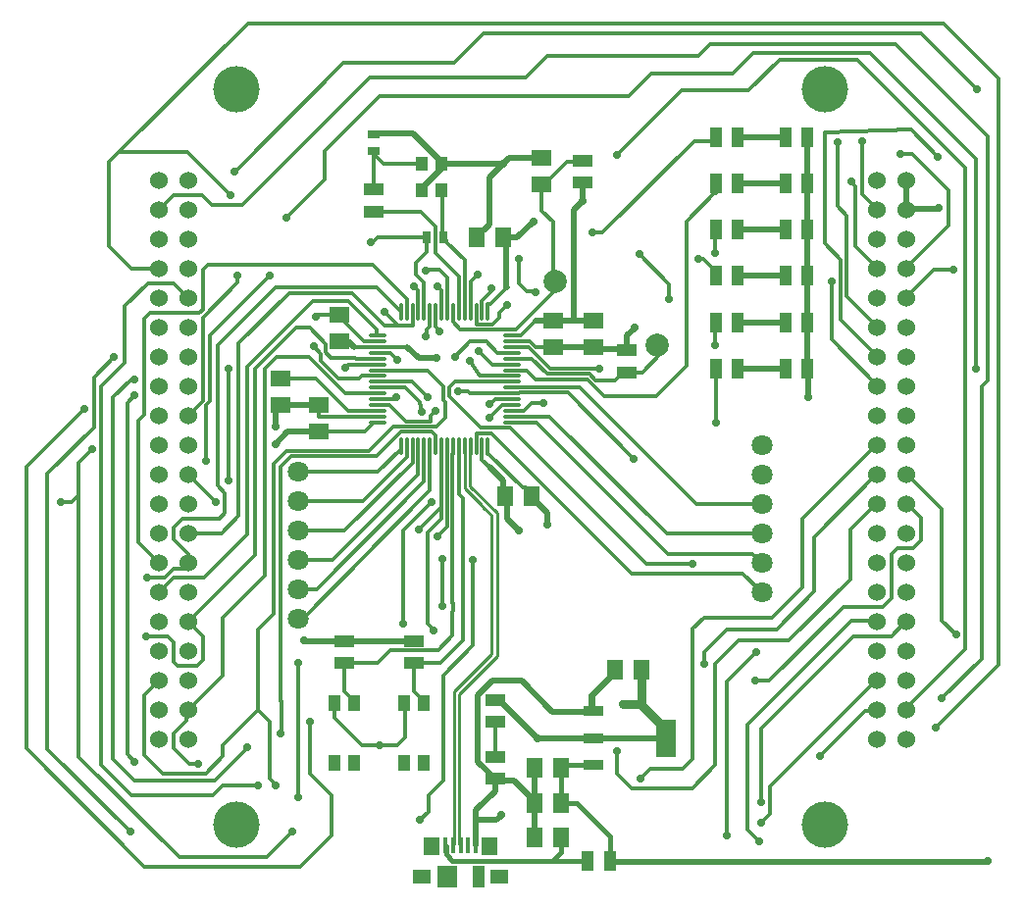
<source format=gbr>
%TF.GenerationSoftware,Altium Limited,Altium Designer,23.3.1 (30)*%
G04 Layer_Physical_Order=1*
G04 Layer_Color=255*
%FSLAX45Y45*%
%MOMM*%
%TF.SameCoordinates,5468FEB5-A0EC-45A8-B7CF-D9D5DC2F6AF5*%
%TF.FilePolarity,Positive*%
%TF.FileFunction,Copper,L1,Top,Signal*%
%TF.Part,Single*%
G01*
G75*
%TA.AperFunction,SMDPad,CuDef*%
%ADD10C,2.00000*%
%ADD11R,1.70000X1.00000*%
%ADD12R,1.05000X1.30000*%
G04:AMPARAMS|DCode=13|XSize=3.2mm|YSize=1.75mm|CornerRadius=0.0525mm|HoleSize=0mm|Usage=FLASHONLY|Rotation=90.000|XOffset=0mm|YOffset=0mm|HoleType=Round|Shape=RoundedRectangle|*
%AMROUNDEDRECTD13*
21,1,3.20000,1.64500,0,0,90.0*
21,1,3.09500,1.75000,0,0,90.0*
1,1,0.10500,0.82250,1.54750*
1,1,0.10500,0.82250,-1.54750*
1,1,0.10500,-0.82250,-1.54750*
1,1,0.10500,-0.82250,1.54750*
%
%ADD13ROUNDEDRECTD13*%
G04:AMPARAMS|DCode=14|XSize=0.9mm|YSize=1.75mm|CornerRadius=0.0495mm|HoleSize=0mm|Usage=FLASHONLY|Rotation=90.000|XOffset=0mm|YOffset=0mm|HoleType=Round|Shape=RoundedRectangle|*
%AMROUNDEDRECTD14*
21,1,0.90000,1.65100,0,0,90.0*
21,1,0.80100,1.75000,0,0,90.0*
1,1,0.09900,0.82550,0.40050*
1,1,0.09900,0.82550,-0.40050*
1,1,0.09900,-0.82550,-0.40050*
1,1,0.09900,-0.82550,0.40050*
%
%ADD14ROUNDEDRECTD14*%
%ADD15R,1.00000X1.45000*%
%ADD16R,1.00000X0.80000*%
%ADD17R,0.80000X1.00000*%
%ADD18R,1.00000X1.70000*%
%TA.AperFunction,ConnectorPad*%
%ADD19R,1.65000X1.30000*%
%ADD20R,1.80000X1.90000*%
%ADD21R,1.00000X1.90000*%
%ADD22R,1.42500X1.55000*%
%ADD23R,0.45000X1.38000*%
%TA.AperFunction,SMDPad,CuDef*%
%ADD24O,1.60000X0.30000*%
%ADD25O,0.30000X1.60000*%
%ADD26R,1.40000X1.70000*%
%ADD27R,1.70000X1.40000*%
%TA.AperFunction,Conductor*%
%ADD28C,0.30000*%
%ADD29C,0.80000*%
%ADD30C,0.50000*%
%ADD31C,0.40000*%
%ADD32C,0.26017*%
%ADD33C,0.60000*%
%TA.AperFunction,ComponentPad*%
%ADD34C,1.52400*%
%TA.AperFunction,TestPad*%
%ADD35C,1.80000*%
%TA.AperFunction,ViaPad*%
%ADD36C,4.00000*%
%ADD37C,0.70000*%
D10*
X9869221Y8350227D02*
D03*
X10750222Y7799777D02*
D03*
D11*
X10100000Y9205001D02*
D03*
Y9394998D02*
D03*
X8650000Y5055001D02*
D03*
Y5244998D02*
D03*
X8050002Y5055001D02*
D03*
Y5244998D02*
D03*
X8299999Y8954999D02*
D03*
Y9145001D02*
D03*
X10487352Y7758496D02*
D03*
Y7568499D02*
D03*
X9349999Y4740001D02*
D03*
Y4549999D02*
D03*
Y4054998D02*
D03*
Y4245000D02*
D03*
D12*
X8712500Y9135000D02*
D03*
Y9365000D02*
D03*
X8887500D02*
D03*
Y9135000D02*
D03*
D13*
X10822500Y4410000D02*
D03*
D14*
X10197500Y4180000D02*
D03*
Y4410000D02*
D03*
Y4640000D02*
D03*
D15*
X8135000Y4192500D02*
D03*
X7965000D02*
D03*
X8135000Y4707500D02*
D03*
X7965000D02*
D03*
X8735000Y4192500D02*
D03*
X8565000D02*
D03*
X8735000Y4707500D02*
D03*
X8565000D02*
D03*
D16*
X8300000Y9625000D02*
D03*
Y9475000D02*
D03*
D17*
X8755000Y8730000D02*
D03*
X8905000D02*
D03*
D18*
X11445001Y7600000D02*
D03*
X11254999D02*
D03*
X11445001Y7999999D02*
D03*
X11254999D02*
D03*
X11445001Y8399998D02*
D03*
X11254999D02*
D03*
X11445001Y8799998D02*
D03*
X11254999D02*
D03*
X11445001Y9200002D02*
D03*
X11254999D02*
D03*
X11445001Y9600001D02*
D03*
X11254999D02*
D03*
X10150000Y3350002D02*
D03*
X10339997D02*
D03*
X12045000Y9600001D02*
D03*
X11854998D02*
D03*
X12045000Y9200002D02*
D03*
X11854998D02*
D03*
X12045000Y8799998D02*
D03*
X11854998D02*
D03*
X12045000Y8399998D02*
D03*
X11854998D02*
D03*
X12045001Y7999999D02*
D03*
X11854999D02*
D03*
X12045000Y7600000D02*
D03*
X11854998D02*
D03*
D19*
X8712498Y3214999D02*
D03*
X9387498D02*
D03*
D20*
X8935002D02*
D03*
D21*
X9204999D02*
D03*
D22*
X8801251Y3472500D02*
D03*
X9298751D02*
D03*
D23*
X8920001Y3480998D02*
D03*
X8985000D02*
D03*
X9049998D02*
D03*
X9115002D02*
D03*
X9180001D02*
D03*
D24*
X9489999Y7884998D02*
D03*
Y7835001D02*
D03*
Y7784998D02*
D03*
Y7735001D02*
D03*
Y7684999D02*
D03*
Y7635001D02*
D03*
Y7584999D02*
D03*
Y7535001D02*
D03*
Y7484999D02*
D03*
Y7435002D02*
D03*
Y7384999D02*
D03*
Y7335002D02*
D03*
Y7284999D02*
D03*
Y7235002D02*
D03*
Y7185000D02*
D03*
Y7135002D02*
D03*
X8330001D02*
D03*
Y7185000D02*
D03*
Y7235002D02*
D03*
Y7284999D02*
D03*
Y7335002D02*
D03*
Y7384999D02*
D03*
Y7435002D02*
D03*
Y7484999D02*
D03*
Y7535001D02*
D03*
Y7584999D02*
D03*
Y7635001D02*
D03*
Y7684999D02*
D03*
Y7735001D02*
D03*
Y7784998D02*
D03*
Y7835001D02*
D03*
Y7884998D02*
D03*
D25*
X9285000Y6929999D02*
D03*
X9234998D02*
D03*
X9185001D02*
D03*
X9134998D02*
D03*
X9085001D02*
D03*
X9034998D02*
D03*
X8985001D02*
D03*
X8934999D02*
D03*
X8885001D02*
D03*
X8834999D02*
D03*
X8785001D02*
D03*
X8734999D02*
D03*
X8685002D02*
D03*
X8634999D02*
D03*
X8585002D02*
D03*
X8534999D02*
D03*
Y8090002D02*
D03*
X8585002D02*
D03*
X8634999D02*
D03*
X8685002D02*
D03*
X8734999D02*
D03*
X8785001D02*
D03*
X8834999D02*
D03*
X8885001D02*
D03*
X8934999D02*
D03*
X8985001D02*
D03*
X9034998D02*
D03*
X9085001D02*
D03*
X9134998D02*
D03*
X9185001D02*
D03*
X9234998D02*
D03*
X9285000D02*
D03*
D26*
X9914300Y3550001D02*
D03*
X9685700D02*
D03*
X9418599Y8730000D02*
D03*
X9189999D02*
D03*
X9664299Y6500002D02*
D03*
X9435699D02*
D03*
X10614299Y5000000D02*
D03*
X10385699D02*
D03*
X9914301Y4149999D02*
D03*
X9685701D02*
D03*
X9914301Y3850000D02*
D03*
X9685701D02*
D03*
D27*
X7999999Y7835702D02*
D03*
Y8064302D02*
D03*
X9749998Y9185699D02*
D03*
Y9414299D02*
D03*
X7500000Y7514300D02*
D03*
Y7285700D02*
D03*
X10200000Y8014299D02*
D03*
Y7785699D02*
D03*
X9849998Y8014299D02*
D03*
Y7785699D02*
D03*
X7830002Y7055698D02*
D03*
Y7284298D02*
D03*
D28*
X12427620Y9207890D02*
Y9212527D01*
Y9207890D02*
X12460556Y9174953D01*
Y8655444D02*
X12646000Y8470001D01*
X12460556Y8655444D02*
Y9174953D01*
X12301359Y9001621D02*
Y9555341D01*
Y9001621D02*
X12385040Y8917940D01*
X12194540Y9639300D02*
X12938760Y9662160D01*
X12194540Y8678108D02*
Y9639300D01*
Y8678108D02*
X12334240Y8538408D01*
X9621333Y8262807D02*
X9695437D01*
X9701333Y8256911D01*
X9550000Y8334140D02*
X9621333Y8262807D01*
X10293232Y7362308D02*
X10739304D01*
X10997300Y7620304D02*
Y8871320D01*
X10739304Y7362308D02*
X10997300Y7620304D01*
X10149840Y7505700D02*
X10293232Y7362308D01*
X10618499Y7568499D02*
X10774407Y7724407D01*
X10487352Y7568499D02*
X10618499D01*
X10215927Y7500000D02*
X10383854D01*
X10438855Y7555001D01*
X10487352D01*
X8894999Y9364299D02*
Y9374998D01*
X8758195Y8604655D02*
Y8730000D01*
X8330824D02*
X8758195D01*
X8705002Y9134998D02*
Y9145001D01*
X8330001Y7835001D02*
X8395001D01*
X8211718D02*
X8330001D01*
X9821454Y9240699D02*
X9966871Y9386116D01*
X10091118D01*
X10100000Y9394998D01*
X9804998Y9240699D02*
X9821454D01*
X9749998Y9185699D02*
X9804998Y9240699D01*
X8894999Y8987150D02*
X8896812Y8985336D01*
Y8738188D02*
Y8985336D01*
Y8738188D02*
X8930000Y8705000D01*
X8894999Y8987150D02*
Y9134998D01*
X8650000Y4815000D02*
X8735000Y4730000D01*
X8650000Y4815000D02*
Y5055001D01*
X8735000Y4707500D02*
Y4730000D01*
X8873184Y5056627D02*
X9071252Y5254696D01*
X8651626Y5056627D02*
X8873184D01*
X9071252Y5254696D02*
Y6478748D01*
X8889706Y5545348D02*
X8889970Y5545085D01*
X8889706Y5545348D02*
Y5950582D01*
X8980611Y5575017D02*
Y6860609D01*
X8983828Y5503041D02*
Y5571800D01*
X8980611Y6860609D02*
X8985001Y6864999D01*
X8980611Y5575017D02*
X8983828Y5571800D01*
X8985001Y6864999D02*
Y6929999D01*
X8980611Y5499824D02*
X8983828Y5503041D01*
X8855235Y5166360D02*
X8980611Y5291736D01*
Y5499824D01*
X8767000Y5394164D02*
Y6184380D01*
Y5394164D02*
X8813980Y5347184D01*
Y5336360D02*
Y5347184D01*
X9034998Y6515001D02*
X9071252Y6478748D01*
X9034998Y6515001D02*
Y6929999D01*
X8568455Y4418455D02*
Y4733455D01*
X8500000Y4350000D02*
X8568455Y4418455D01*
X7965000Y4585000D02*
X8200000Y4350000D01*
X8350000D01*
X7965000Y4585000D02*
Y4707500D01*
X8050002Y4814998D02*
Y5055001D01*
Y4814998D02*
X8135000Y4730000D01*
Y4707500D02*
Y4730000D01*
X7750000Y4100000D02*
Y4550000D01*
X7933000Y3565620D02*
Y3917000D01*
X7750000Y4100000D02*
X7933000Y3917000D01*
X8350000Y4350000D02*
X8500000D01*
X8930000Y8694470D02*
Y8705000D01*
Y8694470D02*
X9085001Y8539469D01*
Y8090002D02*
Y8539469D01*
X8663110Y8509570D02*
X8758195Y8604655D01*
X10160925Y7555001D02*
X10215927Y7500000D01*
X9821860Y7600000D02*
X10250000D01*
X9795002Y7555001D02*
X10160925D01*
X9636862Y7784998D02*
X9821860Y7600000D01*
X6101080Y9469120D02*
X7212940Y10580980D01*
X13218820D01*
X13692700Y10107100D01*
X12900000Y6438001D02*
X13025121Y6312880D01*
X6270433Y6097569D02*
X6446002Y5922000D01*
X6270433Y7150397D02*
X6319520Y7199484D01*
X6270433Y6097569D02*
Y7150397D01*
X6172286Y4269654D02*
Y7303856D01*
Y4269654D02*
X6235700Y4206240D01*
X6172286Y7303856D02*
X6235700Y7367270D01*
X5883286Y7524141D02*
X6059145Y7700000D01*
X5883286Y7087246D02*
Y7524141D01*
X5484678Y6688638D02*
X5883286Y7087246D01*
X5950000Y4177031D02*
Y7449052D01*
X6152698Y7651750D01*
Y8136438D01*
X7645509Y3904491D02*
Y5054491D01*
Y3904491D02*
X7650000Y3900000D01*
X7400000Y4060824D02*
Y4550000D01*
X7450000Y4000000D02*
Y4010824D01*
X7400000Y4060824D02*
X7450000Y4010824D01*
X7000000Y4000000D02*
X7300000D01*
Y4650000D02*
X7400000Y4550000D01*
X6914140Y3914140D02*
X7000000Y4000000D01*
X6212891Y3914140D02*
X6914140D01*
X5750560Y4249440D02*
X6621648Y3378352D01*
X7378352D01*
X7600000Y3600000D01*
X8277803Y8687804D02*
X8288627D01*
X8330824Y8730000D01*
X13550000Y7450000D02*
X13600000Y7500000D01*
Y9602900D01*
X13550000Y5095817D02*
Y7450000D01*
X13204182Y4750000D02*
X13550000Y5095817D01*
X13200000Y4750000D02*
X13204182D01*
X13200685Y5425015D02*
X13325700Y5300000D01*
X12900000Y6692001D02*
X13200685Y6391316D01*
Y5425015D02*
Y6391316D01*
X9800000Y10300000D02*
X11100000D01*
X8264103Y10114103D02*
X9614103D01*
X9800000Y10300000D01*
X7161920Y9011920D02*
X8264103Y10114103D01*
X8350144Y9950144D02*
X10500144D01*
X10700000Y10150000D01*
X7880589Y9480589D02*
X8350144Y9950144D01*
X5300000Y6750000D02*
X5800000Y7250000D01*
X5300000Y4321520D02*
Y6750000D01*
X5950000Y4177031D02*
X6212891Y3914140D01*
X8688023Y6211977D02*
X8691353D01*
X8885001Y6405625D01*
X8550000Y6200000D02*
X8800000Y6450000D01*
X8550000Y5400000D02*
Y6200000D01*
X8885001Y6302381D02*
Y6405625D01*
X8934999Y6234998D02*
Y6929999D01*
X8850000Y6150000D02*
X8934999Y6234998D01*
X8767000Y6184380D02*
X8885001Y6302381D01*
X9158815Y5208815D02*
Y5950000D01*
X8897620Y4947620D02*
X9158815Y5208815D01*
X8889706Y5950582D02*
X8895424Y5956300D01*
X7778117Y8185025D02*
X8077260D01*
X8321953Y7940332D01*
Y7884998D02*
Y7940332D01*
X7211456Y7618364D02*
X7778117Y8185025D01*
X8321953Y7884998D02*
X8330001D01*
X7134056Y7814776D02*
X7569200Y8249920D01*
X7134056Y6325056D02*
Y7814776D01*
X6985000Y6176000D02*
X7134056Y6325056D01*
X7051040Y6637020D02*
Y7597140D01*
X7279176Y7596676D02*
X7632700Y7950200D01*
X7279176Y5993174D02*
Y7596676D01*
X6700002Y5414000D02*
X7279176Y5993174D01*
X7435291Y6776811D02*
X7547183Y6888704D01*
X7300000Y5350000D02*
X7435291Y5485291D01*
Y6776811D01*
X7360067Y5810067D02*
Y7596165D01*
X7000000Y5450000D02*
X7360067Y5810067D01*
Y7596165D02*
X7463902Y7700000D01*
X13408701Y5176080D02*
Y9334460D01*
X12474104Y10269056D02*
X13408701Y9334460D01*
X12900000Y4667379D02*
X13408701Y5176080D01*
X12900000Y4660001D02*
Y4667379D01*
X12637302Y4643303D02*
X12646000Y4652001D01*
X12150000Y4250008D02*
X12543295Y4643303D01*
X12637302D01*
X11350000Y3567000D02*
Y4900000D01*
X6237019Y4042361D02*
X6926165D01*
X7205980Y4322176D01*
X6481262Y4102918D02*
X6852918D01*
X7000000Y4250000D01*
Y4350000D01*
X6707881Y4185920D02*
X6784340D01*
X6575801Y4318000D02*
X6707881Y4185920D01*
X6319520Y4264660D02*
X6481262Y4102918D01*
X6050000Y4229380D02*
X6237019Y4042361D01*
X8885001Y6405625D02*
Y6929999D01*
X7686426Y5438338D02*
X7703884Y5455796D01*
X8785001Y6550574D02*
Y6929999D01*
X8717000Y6484380D02*
X8765620Y6533000D01*
X7703884Y5455796D02*
X8717000Y6484380D01*
X8767427Y6533000D02*
X8785001Y6550574D01*
X8765620Y6533000D02*
X8767427Y6533000D01*
X8649312Y8309820D02*
X8685002Y8274130D01*
X8647640Y8309820D02*
X8649312D01*
X9234998Y8184998D02*
X9307506Y8257506D01*
Y8285347D02*
X9315160Y8293000D01*
X9307506Y8257506D02*
Y8285347D01*
X9664299Y6500002D02*
Y6515002D01*
X9609299Y6570003D02*
X9664299Y6515002D01*
X9285000Y6864999D02*
Y6929999D01*
Y6864999D02*
X9290366D01*
X9585362Y6570003D01*
X9609299D01*
X10529855Y5829300D02*
X11485702D01*
X9315735Y7043420D02*
X10529855Y5829300D01*
X9185001Y7043420D02*
X9315735D01*
X9189999Y8730000D02*
X9199104Y8739105D01*
X9647246Y7835001D02*
X9696547Y7785699D01*
X9849998D01*
X9489999Y7835001D02*
X9647246D01*
X7810824Y8050000D02*
X7825126Y8064302D01*
X7999999D01*
X7800000Y8050000D02*
X7810824D01*
X8897620Y4038600D02*
Y4947620D01*
X8756975Y7936975D02*
X8785001Y7965002D01*
X8756975Y7885914D02*
Y7936975D01*
X8749321Y7878260D02*
X8756975Y7885914D01*
X8394530Y8087530D02*
X8511540Y7970520D01*
X8746110Y8446110D02*
X8750000Y8450000D01*
X8663110Y8411730D02*
X8734999Y8339841D01*
X8750000Y8450000D02*
X8866999D01*
X8734999Y8090002D02*
Y8339841D01*
X8663110Y8411730D02*
Y8509570D01*
X8866999Y8450000D02*
X8934999Y8382000D01*
X8885001Y8090002D02*
Y8277779D01*
X8849360Y8313420D02*
X8885001Y8277779D01*
X12950259Y9450000D02*
X13260675Y9139585D01*
Y8830676D02*
Y9139585D01*
X12900000Y8470001D02*
X13260675Y8830676D01*
X13150000Y4500000D02*
X13692700Y5042700D01*
X13150000Y4500000D02*
Y4500000D01*
X13692700Y5042700D02*
Y10107100D01*
X12802005Y10400895D02*
X13600000Y9602900D01*
X13500000Y7600000D02*
Y9407935D01*
X11574020Y10324020D02*
X12583915D01*
X13500000Y9407935D01*
X11400000Y10150000D02*
X11574020Y10324020D01*
X9247139Y10494940D02*
X13020380D01*
X8992915Y10240715D02*
X9247139Y10494940D01*
X13020380D02*
X13505180Y10010140D01*
X7120913Y9320913D02*
X8040715Y10240715D01*
X8992915D01*
X10841762Y5998520D02*
X11570482D01*
X9705280Y7135002D02*
X10841762Y5998520D01*
X9489999Y7135002D02*
X9705280D01*
X9220149Y7091680D02*
X9473672D01*
X10652232Y5913120D01*
X11052368D01*
X8949362Y7362468D02*
X9220149Y7091680D01*
X9300000Y7174680D02*
X9410319Y7284999D01*
X12817947Y6048848D02*
X12958800D01*
X13025121Y6115170D02*
Y6312880D01*
X12958800Y6048848D02*
X13025121Y6115170D01*
X12771120Y6002020D02*
X12817947Y6048848D01*
X11640820Y4488180D02*
X12442288Y5289648D01*
X12767647D01*
X12900000Y5422001D01*
X11714286Y4906206D02*
X12351881Y5543801D01*
X12697445D01*
X12771120Y5617476D01*
X9234998Y8090002D02*
Y8184998D01*
X11804239Y10269056D02*
X12474104D01*
X11535183Y10000000D02*
X11804239Y10269056D01*
X11200895Y10400895D02*
X12802005D01*
X11100000Y10300000D02*
X11200895Y10400895D01*
X10700000Y10150000D02*
X11400000D01*
X8834999Y7965002D02*
X8870500Y7929501D01*
Y7920500D02*
Y7929501D01*
X8834999Y7965002D02*
Y8090002D01*
X11250000Y7995000D02*
X11254999Y7999999D01*
X11250000Y7800000D02*
Y7995000D01*
X9285000Y8155002D02*
X9305002D01*
X9450000Y8300000D01*
X9285000Y8135000D02*
Y8155002D01*
X9382073Y8082073D02*
X9450000Y8150000D01*
X9382073Y8040953D02*
Y8082073D01*
X9134998Y8347598D02*
X9199880Y8412480D01*
X9134998Y8090002D02*
Y8347598D01*
X9550000Y8334140D02*
Y8550000D01*
X7505635Y7285700D02*
X7560635Y7230700D01*
X10955040Y10000000D02*
X11535183D01*
X11350000Y4900000D02*
X11600000Y5150000D01*
X11250000Y8600000D02*
Y8794999D01*
X11254999Y8799998D01*
X11100000Y8550000D02*
X11107653Y8542346D01*
X11147651D02*
X11254999Y8434998D01*
X11107653Y8542346D02*
X11147651D01*
X10997300Y8871320D02*
X11239500Y9113520D01*
X11254999Y8399998D02*
Y8434998D01*
X8785001Y7965002D02*
Y8090002D01*
X9321800Y7980680D02*
X9382073Y8040953D01*
X9185001Y7980680D02*
X9321800D01*
X9185001D02*
Y8090002D01*
X7499989Y4725200D02*
X7500620Y4724569D01*
X7499989Y6753229D02*
X7592761Y6846001D01*
X7499989Y4725200D02*
Y6753229D01*
X6817360Y6565900D02*
Y6566642D01*
X6700002Y6684000D02*
X6817360Y6566642D01*
X6319520Y7199484D02*
Y8032750D01*
X6849999Y7281610D02*
X6887002Y7318614D01*
Y7887005D02*
X7399995Y8399998D01*
X6887002Y7318614D02*
Y7887005D01*
X6700002Y7192000D02*
X6824203Y7316201D01*
Y8041096D02*
X7122160Y8339054D01*
X6824203Y7316201D02*
Y8041096D01*
X6849999Y6800002D02*
Y7281610D01*
X7000000Y4951998D02*
Y5450000D01*
X6017000Y8656580D02*
X6211580Y8462000D01*
X6017000Y8656580D02*
Y9385040D01*
X6101080Y9469120D01*
X6211580Y8462000D02*
X6446002D01*
X8685002Y8090002D02*
Y8274130D01*
X9000000Y7700000D02*
X9133360Y7833360D01*
X9271701D01*
X9126220Y7665720D02*
X9212011Y7535001D01*
X9489999D01*
Y7884998D02*
X9570699D01*
X9700000Y8014299D01*
X11570482Y5998520D02*
X11650000Y5919003D01*
X12000000Y5713500D02*
Y6300001D01*
X11150000Y5450000D02*
X11736500D01*
X12000000Y5713500D01*
X11350000Y5350000D02*
X11776200D01*
X12100000Y5673800D01*
Y6146001D01*
X7500000Y7285700D02*
X7505635D01*
X10590982Y8587740D02*
X10850000Y8328722D01*
Y8200000D02*
Y8328722D01*
X7500620Y4450620D02*
Y4724569D01*
X7500000Y4450000D02*
X7500620Y4450620D01*
X9234998Y6815002D02*
Y6929999D01*
Y6815002D02*
X9300000Y6750000D01*
X10190540Y8773160D02*
X10273160D01*
X11065640Y9565640D02*
X11254999D01*
X10273160Y8773160D02*
X11065640Y9565640D01*
X10398760Y9443720D02*
X10955040Y10000000D01*
X7880589Y9230589D02*
Y9480589D01*
X6903720Y9011920D02*
X7161920D01*
X7550000Y8900000D02*
X7880589Y9230589D01*
X11150000Y5050000D02*
Y5150000D01*
X11350000Y5350000D01*
X11250000Y5050000D02*
X11450000Y5250000D01*
X11250000Y4178640D02*
Y5050000D01*
X11450000Y5250000D02*
X11885049D01*
X11049000Y3977640D02*
X11250000Y4178640D01*
X11885049Y5250000D02*
X12415520Y5780471D01*
X11051300Y5351300D02*
X11150000Y5450000D01*
X12100000Y6146001D02*
X12646000Y6692001D01*
X12000000Y6300001D02*
X12646000Y6946001D01*
X12938760Y9662160D02*
X13172440Y9428480D01*
X12519660Y9104340D02*
Y9565640D01*
X12850000Y9450000D02*
X12950259D01*
X7122160Y8339054D02*
Y8404860D01*
X12900000Y8216001D02*
X13134000Y8450000D01*
X13300000D01*
X10189240Y8771860D02*
X10190540Y8773160D01*
X9749998Y8965387D02*
X9850000Y8865385D01*
X9527540Y7937500D02*
X9850000Y8259960D01*
Y8865385D01*
X9749998Y8965387D02*
Y9135699D01*
X12250000Y7850001D02*
Y8350000D01*
Y7850001D02*
X12646000Y7454001D01*
X9664700Y7299960D02*
X9761220D01*
X9562301Y7392302D02*
X9972613D01*
X9127362Y7384999D02*
X9554999D01*
X9972613Y7392302D02*
X10547914Y6817000D01*
X9554999Y7384999D02*
X9562301Y7392302D01*
X9815605Y7185000D02*
X10827602Y6173003D01*
X9599742Y7235002D02*
X9664700Y7299960D01*
X9489999Y7185000D02*
X9815605D01*
X9489999Y7435002D02*
X10078207D01*
X11086206Y6427003D02*
X11650000D01*
X10078207Y7435002D02*
X11086206Y6427003D01*
X10827602Y6173003D02*
X11650000D01*
X9032362Y7399741D02*
X9112620D01*
X8949362Y7434121D02*
X9000240Y7484999D01*
X8949362Y7362468D02*
Y7434121D01*
X9000240Y7484999D02*
X9489999D01*
X9112620Y7399741D02*
X9127362Y7384999D01*
X9308405Y7295700D02*
X9347706Y7335002D01*
X9489999D01*
X9297580Y7295700D02*
X9308405D01*
X9410319Y7284999D02*
X9489999D01*
X11526520Y4526520D02*
X12422001Y5422001D01*
X11526520Y3619500D02*
X11628120Y3517900D01*
X11526520Y3619500D02*
Y4526520D01*
X11601646Y4906206D02*
X11714286D01*
X12422001Y5422001D02*
X12646000D01*
X11597640Y4902200D02*
X11601646Y4906206D01*
X11051300Y4228860D02*
Y5351300D01*
X10967720Y4145280D02*
X11051300Y4228860D01*
X7000000Y4350000D02*
X7300000Y4650000D01*
Y5350000D01*
X7205980Y4322176D02*
Y4333000D01*
X8447639Y5166360D02*
X8855235D01*
X11640820Y3855720D02*
Y4488180D01*
X11648440Y3677920D02*
X11723822Y3753302D01*
Y3991823D01*
X10400000Y4100860D02*
Y4300000D01*
Y4100860D02*
X10523220Y3977640D01*
X11049000D01*
X10607040Y4061460D02*
X10690860Y4145280D01*
X10967720D01*
X6321520Y3300000D02*
X7667380D01*
X7933000Y3565620D01*
X8700000Y3700000D02*
X8770754Y3770754D01*
Y3911734D01*
X8897620Y4038600D01*
X5750560Y4249440D02*
Y6510020D01*
X5484678Y4315322D02*
Y6688638D01*
Y4315322D02*
X6200000Y3600000D01*
X5300000Y4321520D02*
X6321520Y3300000D01*
X6837726Y5795843D02*
X7211456Y6169574D01*
Y7618364D01*
X6949999Y6589105D02*
X7017202Y6521902D01*
X6949999Y6589105D02*
Y7800000D01*
X7017202Y6350417D02*
Y6521902D01*
X6700002Y4652000D02*
X7000000Y4951998D01*
X7650002Y5437998D02*
X7686426Y5438338D01*
X6050000Y7349916D02*
X6206348Y7506264D01*
X6050000Y4229380D02*
Y7349916D01*
X5750560Y6510020D02*
Y6783560D01*
X5867000Y6900000D01*
X5690540Y6450000D02*
X5750560Y6510020D01*
X5600000Y6450000D02*
X5690540D01*
X12519660Y9104340D02*
X12646000Y8978001D01*
X9349999Y4740001D02*
X9385000D01*
X8894999Y9334998D02*
Y9364299D01*
X8511540Y7970520D02*
X8634999D01*
X8392160D02*
X8511540D01*
X6574673Y5875020D02*
X6700002D01*
X11239500Y9113520D02*
X11254999D01*
X8330001Y7784998D02*
X8590280D01*
X6692900Y9469120D02*
X7066280Y9095740D01*
X6101080Y9469120D02*
X6692900D01*
X6152698Y8136438D02*
X6350000Y8333740D01*
X6574262D01*
X6700002Y8208000D01*
X8633841Y7484999D02*
X8765540Y7353300D01*
X8330001Y7484999D02*
X8633841D01*
X11723822Y3991823D02*
X12646000Y4914001D01*
X8834999Y6929999D02*
Y7020951D01*
X8797508Y7058442D02*
X8834999Y7020951D01*
X8533989Y7058442D02*
X8797508D01*
X8321548Y6846001D02*
X8533989Y7058442D01*
X7592761Y6846001D02*
X8321548D01*
X6206348Y7506264D02*
X6235700D01*
X9489999Y7235002D02*
X9599742D01*
X6817360Y6565900D02*
X6934200Y6449060D01*
X6319520Y8032750D02*
X6366510Y8079740D01*
X6796263D01*
X6824203Y8107680D01*
Y8454883D01*
X6865620Y8496300D01*
X8287822D01*
X8585002Y8199120D01*
Y8090002D02*
Y8199120D01*
X12385040Y8222960D02*
X12646000Y7962001D01*
X12385040Y8222960D02*
Y8917940D01*
X6700002Y5922000D02*
Y6000354D01*
X6575801Y6124555D02*
X6700002Y6000354D01*
X6575801Y6124555D02*
Y6227445D01*
X6649115Y6300760D01*
X6967545D01*
X7017202Y6350417D01*
X6949999Y7800000D02*
X7449998Y8299999D01*
X8325002D01*
X8534999Y8090002D01*
X12334240Y8019760D02*
X12646000Y7708001D01*
X12334240Y8019760D02*
Y8538408D01*
X6319520Y4779518D02*
X6446002Y4906000D01*
X8330001Y7435002D02*
X8568847D01*
X8694689Y7309160D01*
X8713500Y7226849D01*
X12771120Y5617476D02*
Y6002020D01*
X11254999Y9565640D02*
Y9600001D01*
X9209222Y7749540D02*
X9323761Y7635001D01*
X9489999D01*
X7650002Y6199998D02*
X8049026D01*
X8634999Y6785971D01*
Y6929999D01*
X12415520Y6207521D02*
X12646000Y6438001D01*
X12415520Y5780471D02*
Y6207521D01*
X6575801Y4318000D02*
Y4449450D01*
X6681053Y4554703D01*
X6700002Y4652000D01*
X8442960Y7735001D02*
X8506460Y7671501D01*
X8330001Y7735001D02*
X8442960D01*
X8483082Y7335002D02*
X8498840Y7350760D01*
X8330001Y7335002D02*
X8483082D01*
X7500000Y7514300D02*
X7799360D01*
X8078658Y7235002D01*
X8330001D01*
X8057261Y7384999D02*
X8330001D01*
X7742260Y7700000D02*
X8057261Y7384999D01*
X7463902Y7700000D02*
X7742260D01*
X7650002Y5945998D02*
X7945999D01*
X8685002Y6685001D01*
Y6929999D01*
X7650002Y6453998D02*
X8203997D01*
X8585002Y6835003D01*
Y6929999D01*
X8634999Y7970520D02*
Y8090002D01*
X6446002Y8970000D02*
X6571742Y9095740D01*
X6819900D01*
X6903720Y9011920D01*
X8330001Y7584999D02*
X8765362D01*
X8900602Y7449759D01*
Y7328362D02*
Y7449759D01*
Y7328362D02*
X8914582Y7314382D01*
Y7175500D02*
Y7314382D01*
X8840226Y7101144D02*
X8914582Y7175500D01*
X8470489Y7101144D02*
X8840226D01*
X8258048Y6888704D02*
X8470489Y7101144D01*
X7547183Y6888704D02*
X8258048D01*
X6319520Y4264660D02*
Y4779518D01*
X11254999Y7132579D02*
Y7600000D01*
X11254740Y7132320D02*
X11254999Y7132579D01*
X8793480Y7193280D02*
X8831580Y7231380D01*
X8793480Y7143847D02*
Y7193280D01*
X8579033Y7143847D02*
X8793480D01*
X8437880Y7284999D02*
X8579033Y7143847D01*
X8330001Y7284999D02*
X8437880D01*
X8054340Y7609840D02*
X8079501Y7635001D01*
X8330001D01*
X11485702Y5829300D02*
X11650000Y5665003D01*
X9185001Y6929999D02*
Y7043420D01*
X8336280Y5055001D02*
X8447639Y5166360D01*
X8050002Y5055001D02*
X8336280D01*
X8934999Y8090002D02*
Y8382000D01*
X9048501Y7937500D02*
X9527540D01*
X8985001Y8001000D02*
X9048501Y7937500D01*
X8985001Y8001000D02*
Y8090002D01*
X9489999Y7584999D02*
X9621520D01*
X9700819Y7505700D01*
X10149840D01*
X11254999Y9113520D02*
Y9200002D01*
X6339840Y5285740D02*
X6523990D01*
X6570980Y5238750D01*
Y5064760D02*
Y5238750D01*
Y5064760D02*
X6604000Y5031740D01*
X6776720D01*
X6824980Y5080000D01*
Y5289022D01*
X6700002Y5414000D02*
X6824980Y5289022D01*
X8145186Y7684999D02*
X8330001D01*
X8137342Y7692842D02*
X8145186Y7684999D01*
X7931856Y7692842D02*
X8137342D01*
X7886700Y7737998D02*
X7931856Y7692842D01*
X7886700Y7737998D02*
Y7810500D01*
X7747000Y7950200D02*
X7886700Y7810500D01*
X7632700Y7950200D02*
X7747000D01*
X7830002Y7185000D02*
X8330001D01*
X7830002D02*
Y7284298D01*
X8197941Y7535001D02*
X8330001D01*
X8173720Y7510780D02*
X8197941Y7535001D01*
X7995920Y7510780D02*
X8173720D01*
X7843520Y7663180D02*
X7995920Y7510780D01*
X7843520Y7663180D02*
Y7729220D01*
X7780020Y7792720D02*
X7843520Y7729220D01*
X8302554Y7135002D02*
X8330001D01*
X8223250Y7055698D02*
X8302554Y7135002D01*
X7830002Y7055698D02*
X8223250D01*
X8734999Y6620388D02*
Y6929999D01*
X7806609Y5691998D02*
X8734999Y6620388D01*
X7650002Y5691998D02*
X7806609D01*
X9271701Y7833360D02*
X9370060Y7735001D01*
X9489999D01*
Y7784998D02*
X9636862D01*
X9489999Y7684999D02*
X9665000D01*
X9795002Y7555001D01*
X6700002Y5875020D02*
Y5922000D01*
X6493393Y5793740D02*
X6574673Y5875020D01*
X6344920Y5793740D02*
X6493393D01*
X9034998Y8090002D02*
Y8395000D01*
X8830000Y8599998D02*
X9034998Y8395000D01*
X8830000Y8599998D02*
Y8827831D01*
X8702832Y8954999D02*
X8830000Y8827831D01*
X8299999Y8954999D02*
X8702832D01*
X8112760Y8249920D02*
X8392160Y7970520D01*
X7569200Y8249920D02*
X8112760D01*
X6700002Y6176000D02*
X6985000D01*
X6573845Y5795843D02*
X6837726D01*
X6446002Y5668000D02*
X6573845Y5795843D01*
X7650002Y6707998D02*
X8336448D01*
X8534999Y6906550D01*
Y6929999D01*
X8133182Y7784998D02*
X8330001D01*
X7999999Y7835702D02*
X8082478D01*
X7999999Y8046720D02*
X8211718Y7835001D01*
X7999999Y8046720D02*
Y8064302D01*
X10385699Y4984999D02*
Y5000000D01*
X9349999Y4245000D02*
Y4549999D01*
X9749998Y9135699D02*
X9765000D01*
X8299999Y9145001D02*
Y9435699D01*
X8315000D01*
X8385698Y9365000D01*
X8705002D01*
D29*
X10614299Y4709299D02*
Y5000000D01*
X10605000Y4700000D02*
X10614299Y4709299D01*
X10822500Y4410000D02*
Y4482500D01*
X10605000Y4700000D02*
X10822500Y4482500D01*
X10450000Y4700000D02*
X10605000D01*
D30*
X9715002Y4409999D02*
X10822500D01*
X10487352Y7883496D02*
X10550000Y7946144D01*
X10487352Y7758496D02*
Y7883496D01*
X10550000Y7946144D02*
Y7950000D01*
X10339997Y3340315D02*
X13584903Y3340315D01*
X13594588Y3350000D01*
X13600000D01*
X9180001Y3780001D02*
X9192714Y3792714D01*
X9180001Y3480998D02*
Y3780001D01*
X12045000Y7600000D02*
Y8399998D01*
X9300000Y9248006D02*
X9417826Y9365832D01*
X8298424Y9628380D02*
X8641616D01*
X7505635Y7285700D02*
X7828600D01*
X9390000Y3734588D02*
X9400000Y3744588D01*
X9360710Y3700000D02*
X9390000Y3729289D01*
X9400000Y3744588D02*
Y3750000D01*
X9390000Y3729289D02*
Y3734588D01*
X9192714Y3700000D02*
X9360710D01*
X9466293Y9414299D02*
X9749998D01*
X9418658Y9366665D02*
X9466293Y9414299D01*
X8641616Y9628380D02*
X8894999Y9374998D01*
X9385000Y4740001D02*
X9715002Y4409999D01*
X7450000Y6950000D02*
X7555698Y7055698D01*
X9664299Y6485003D02*
X9796173Y6353128D01*
Y6253827D02*
Y6353128D01*
Y6253827D02*
X9800000Y6250000D01*
X9664299Y6485003D02*
Y6500002D01*
X9189999Y8730000D02*
Y8745000D01*
X9235000Y8790000D01*
X9250000D01*
X9300000Y8840001D01*
Y9248006D01*
X8894999Y9364299D02*
X8896532Y9365832D01*
X9417826D01*
X9418658Y9366665D01*
X12047500Y7352500D02*
Y7597500D01*
Y7352500D02*
X12050000Y7350000D01*
X12045000Y7600000D02*
X12047500Y7597500D01*
X9849998Y7785699D02*
X10200000D01*
X10220350Y7765349D02*
X10479649D01*
X10200000Y7785699D02*
X10220350Y7765349D01*
X9200000Y4778317D02*
X9325000Y4903317D01*
X9575000D02*
X9839317Y4639000D01*
X9325000Y4903317D02*
X9575000D01*
X9200000Y4201040D02*
Y4778317D01*
X9419287Y6531414D02*
Y6630713D01*
X9450000Y6300000D02*
X9550000Y6200000D01*
X9450000Y6300000D02*
Y6440002D01*
X9435699Y6500002D02*
X9450000Y6440002D01*
X13173848Y8980156D02*
X13177673Y8983983D01*
X12900000Y8970001D02*
X12910155Y8980156D01*
X13173848D01*
X12900000Y8970001D02*
Y9224001D01*
X10024999Y8014299D02*
Y8969587D01*
X10100000Y9044588D01*
Y9205001D01*
X8685428Y7689850D02*
X8845550D01*
X9446173Y8303827D02*
Y8702427D01*
Y8303827D02*
X9450000Y8300000D01*
X9418599Y8730000D02*
X9446173Y8702427D01*
X7450000Y7100000D02*
Y7240700D01*
X7495000Y7285700D02*
X7500000D01*
X7450000Y7240700D02*
X7495000Y7285700D01*
X7555698Y7055698D02*
X7830002D01*
X11445001Y9200002D02*
X11854998D01*
X9418599Y8730000D02*
X9540260D01*
X9679940Y8869680D01*
X10024999Y8014299D02*
X10200000D01*
X9849998D02*
X10024999D01*
X9700000D02*
X9849998D01*
X7702501Y5247499D02*
X8047501D01*
X8050002Y5244998D01*
X9300000Y6750000D02*
X9419287Y6630713D01*
X9839317Y4639000D02*
X10180498D01*
X9200000Y4201040D02*
X9346042Y4054998D01*
X9685701Y3865000D02*
Y4149999D01*
X9509999Y4040702D02*
X9685701Y3865000D01*
Y3850000D02*
Y3865000D01*
X9364296Y4040702D02*
X9509999D01*
X9685701Y3550000D02*
Y3850000D01*
X9350000Y3950000D02*
Y4051040D01*
X9192714Y3792714D02*
X9350000Y3950000D01*
X12045000Y9200002D02*
Y9600001D01*
X8590280Y7784998D02*
X8685428Y7689850D01*
X8705002Y9145001D02*
X8894999Y9334998D01*
X8082478Y7835702D02*
X8133182Y7784998D01*
X12045000Y8399998D02*
Y8799998D01*
Y9200002D01*
X8050002Y5244998D02*
X8650000D01*
X11445001Y9600001D02*
X11854998D01*
X11445001Y8799998D02*
X11854998D01*
X11445001Y8399998D02*
X11854998D01*
X11445001Y7999999D02*
X11849999D01*
X11445001Y7600000D02*
X11854998D01*
D31*
X10149762Y3350240D02*
X10150000Y3350002D01*
X9842564Y3350240D02*
X10149762D01*
X9940500Y4176198D02*
X10193698D01*
X9914301Y4149999D02*
X9940500Y4176198D01*
X10193698D02*
X10197500Y4180000D01*
X9914301Y3850000D02*
Y4149999D01*
X10050000Y3850000D02*
X10339997Y3560003D01*
X9914301Y3850000D02*
X10050000D01*
X10339997Y3350002D02*
Y3560003D01*
X8920001Y3480998D02*
X8922501Y3478498D01*
Y3404071D02*
Y3478498D01*
Y3404071D02*
X8976333Y3350240D01*
X9842564D02*
X9916849Y3424525D01*
X8976333Y3350240D02*
X9842564D01*
X9916849Y3424525D02*
Y3566704D01*
D32*
X9134236Y6929237D02*
X9134998Y6929999D01*
X9133168Y6860352D02*
X9134236Y6861420D01*
Y6929237D01*
X9133168Y6582362D02*
X9363572Y6351959D01*
Y5113572D02*
Y6351959D01*
X9133168Y6582362D02*
Y6860352D01*
X9040668Y4790668D02*
X9363572Y5113572D01*
X9086831Y6563169D02*
X9218903Y6431097D01*
Y6431097D02*
Y6431097D01*
X9085763Y6861420D02*
X9086831Y6860352D01*
Y6563169D02*
Y6860352D01*
X9250000Y6400000D02*
X9317235Y6332766D01*
Y5132765D02*
Y6332766D01*
X9218903Y6431097D02*
X9250000Y6400000D01*
X8994331Y4809861D02*
X9317235Y5132765D01*
X9085001Y6929999D02*
X9085763Y6929237D01*
Y6861420D02*
Y6929237D01*
X8994331Y3490329D02*
Y4809861D01*
X9040668Y3490329D02*
Y4790668D01*
Y3490329D02*
X9049998Y3480998D01*
X8985000D02*
X8994331Y3490329D01*
D33*
X10180498Y4639000D02*
Y4779797D01*
X10385699Y4984999D01*
D34*
X12646000Y9224001D02*
D03*
X12900000D02*
D03*
X12646000Y8970001D02*
D03*
X12900000D02*
D03*
X12646000Y8716001D02*
D03*
X12900000D02*
D03*
X12646000Y8462001D02*
D03*
X12900000D02*
D03*
X12646000Y8208001D02*
D03*
X12900000D02*
D03*
X12646000Y7954001D02*
D03*
X12900000D02*
D03*
X12646000Y7700001D02*
D03*
X12900000D02*
D03*
X12646000Y7446001D02*
D03*
X12900000D02*
D03*
X12646000Y7192001D02*
D03*
X12900000D02*
D03*
X12646000Y6938001D02*
D03*
X12900000D02*
D03*
X12646000Y6684001D02*
D03*
X12900000D02*
D03*
X12646000Y6430001D02*
D03*
X12900000D02*
D03*
X12646000Y6176001D02*
D03*
X12900000D02*
D03*
X12646000Y5922001D02*
D03*
X12900000D02*
D03*
X12646000Y5668001D02*
D03*
X12900000D02*
D03*
X12646000Y5414001D02*
D03*
X12900000D02*
D03*
X12646000Y5160001D02*
D03*
X12900000D02*
D03*
X12646000Y4906001D02*
D03*
X12900000D02*
D03*
X12646000Y4652001D02*
D03*
X12900000D02*
D03*
X12646000Y4398001D02*
D03*
X12900000D02*
D03*
X6700002Y4398000D02*
D03*
X6446002D02*
D03*
X6700002Y4652000D02*
D03*
X6446002D02*
D03*
X6700002Y4906000D02*
D03*
X6446002D02*
D03*
X6700002Y5160000D02*
D03*
X6446002D02*
D03*
X6700002Y5414000D02*
D03*
X6446002D02*
D03*
X6700002Y5668000D02*
D03*
X6446002D02*
D03*
X6700002Y5922000D02*
D03*
X6446002D02*
D03*
X6700002Y6176000D02*
D03*
X6446002D02*
D03*
X6700002Y6430000D02*
D03*
X6446002D02*
D03*
X6700002Y6684000D02*
D03*
X6446002D02*
D03*
X6700002Y6938000D02*
D03*
X6446002D02*
D03*
X6700002Y7192000D02*
D03*
X6446002D02*
D03*
X6700002Y7446000D02*
D03*
X6446002D02*
D03*
X6700002Y7700000D02*
D03*
X6446002D02*
D03*
X6700002Y7954000D02*
D03*
X6446002D02*
D03*
X6700002Y8208000D02*
D03*
X6446002D02*
D03*
X6700002Y8462000D02*
D03*
X6446002D02*
D03*
X6700002Y8716000D02*
D03*
X6446002D02*
D03*
X6700002Y8970000D02*
D03*
X6446002D02*
D03*
X6700002Y9224000D02*
D03*
X6446002D02*
D03*
D35*
X7650002Y6707998D02*
D03*
Y6453998D02*
D03*
Y6199998D02*
D03*
Y5945998D02*
D03*
Y5691998D02*
D03*
Y5437998D02*
D03*
X11650000Y5665003D02*
D03*
Y5919003D02*
D03*
Y6173003D02*
D03*
Y6427003D02*
D03*
Y6681003D02*
D03*
Y6935003D02*
D03*
D36*
X7112000Y10007600D02*
D03*
X12192000D02*
D03*
Y3657600D02*
D03*
X7112000D02*
D03*
D37*
X12427620Y9212527D02*
D03*
X9701333Y8256911D02*
D03*
X10550000Y7950000D02*
D03*
X8889970Y5545085D02*
D03*
X8813980Y5336360D02*
D03*
X7750000Y4550000D02*
D03*
X8350000Y4350000D02*
D03*
X10250000Y7600000D02*
D03*
X7650000Y3900000D02*
D03*
X7450000Y4000000D02*
D03*
X7300000D02*
D03*
X8277803Y8687804D02*
D03*
X13200000Y4750000D02*
D03*
X5800000Y7250000D02*
D03*
X8688023Y6211977D02*
D03*
X7645509Y5054491D02*
D03*
X8850000Y6150000D02*
D03*
X9158815Y5950000D02*
D03*
X8895424Y5956300D02*
D03*
X7051040Y7597140D02*
D03*
Y6637020D02*
D03*
X13325700Y5300000D02*
D03*
X12150000Y4250000D02*
D03*
X11350000Y3567000D02*
D03*
X6784340Y4185920D02*
D03*
X8800000Y6450000D02*
D03*
X9400000Y3750000D02*
D03*
X9315160Y8293000D02*
D03*
X9715002Y4409999D02*
D03*
X7450000Y6950000D02*
D03*
X9800000Y6250000D02*
D03*
X10450000Y4700000D02*
D03*
X9418658Y9366665D02*
D03*
X12050000Y7350000D02*
D03*
X7800000Y8050000D02*
D03*
X9550000Y6200000D02*
D03*
X8749321Y7878260D02*
D03*
X8394530Y8087530D02*
D03*
X8746110Y8446110D02*
D03*
X8647640Y8309820D02*
D03*
X8849360Y8313420D02*
D03*
X13600000Y3350000D02*
D03*
X13177673Y8983983D02*
D03*
X9300000Y7174680D02*
D03*
X10100000Y9050000D02*
D03*
X8870500Y7920500D02*
D03*
X8845550Y7689850D02*
D03*
X11250000Y7800000D02*
D03*
X9450000Y8150000D02*
D03*
X9199880Y8412480D02*
D03*
X9550000Y8550000D02*
D03*
X7450000Y7100000D02*
D03*
X7600000Y3600000D02*
D03*
X11250000Y8600000D02*
D03*
X11100000Y8550000D02*
D03*
X9000000Y7700000D02*
D03*
X9126220Y7665720D02*
D03*
X11052368Y5913120D02*
D03*
X10850000Y8200000D02*
D03*
X7700000Y5250000D02*
D03*
X8550000Y5400000D02*
D03*
X7500000Y4450000D02*
D03*
X7100000Y9300000D02*
D03*
X7550000Y8900000D02*
D03*
X11600000Y5150000D02*
D03*
X12519660Y9565640D02*
D03*
X12301220Y9555480D02*
D03*
X12850000Y9450000D02*
D03*
X9679940Y8869680D02*
D03*
X13500000Y7600000D02*
D03*
X7122160Y8404860D02*
D03*
X13300000Y8450000D02*
D03*
X13150000Y4500000D02*
D03*
X10189240Y8771860D02*
D03*
X12250000Y8350000D02*
D03*
X9761220Y7299960D02*
D03*
X10547914Y6817000D02*
D03*
X9032362Y7399741D02*
D03*
X9297580Y7295700D02*
D03*
X11597640Y4902200D02*
D03*
X11150000Y5050000D02*
D03*
X11640820Y3855720D02*
D03*
X10400000Y4300000D02*
D03*
X8700000Y3700000D02*
D03*
X7205980Y4333000D02*
D03*
X6200000Y3600000D02*
D03*
X5867000Y6900000D02*
D03*
X5600000Y6450000D02*
D03*
X10398760Y9443720D02*
D03*
X7066280Y9095740D02*
D03*
X11628120Y3517900D02*
D03*
X8765540Y7353300D02*
D03*
X11648440Y3677920D02*
D03*
X6059145Y7700000D02*
D03*
X6235700Y7506264D02*
D03*
X6934200Y6449060D02*
D03*
X10590982Y8587740D02*
D03*
X13172440Y9428480D02*
D03*
X10607040Y4061460D02*
D03*
X8713500Y7226849D02*
D03*
X9209222Y7749540D02*
D03*
X8498840Y7350760D02*
D03*
X6849999Y6800002D02*
D03*
X7399995Y8399998D02*
D03*
X13505180Y10010140D02*
D03*
X8506460Y7671501D02*
D03*
X11254740Y7132320D02*
D03*
X8831580Y7231380D02*
D03*
X6235700Y4206240D02*
D03*
Y7367270D02*
D03*
X8054340Y7609840D02*
D03*
X6339840Y5285740D02*
D03*
X7780020Y7792720D02*
D03*
X6344920Y5793740D02*
D03*
%TF.MD5,623f1e899c8689c687004fca214bb392*%
M02*

</source>
